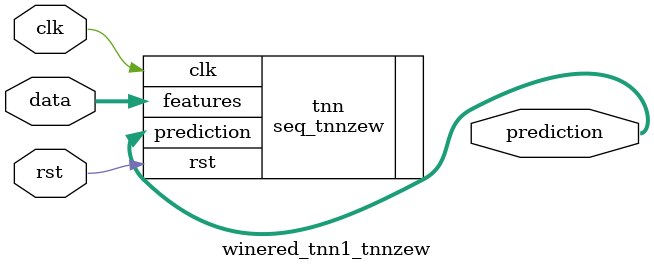
<source format=v>













module winered_tnn1_tnnzew #(

parameter FEAT_CNT = 11,
parameter HIDDEN_CNT = 40,
parameter FEAT_BITS = 4,
parameter CLASS_CNT = 6,
parameter TEST_CNT = 1000




  ) (
  input clk,
  input rst,
  input [FEAT_CNT*FEAT_BITS-1:0] data,
  output [$clog2(CLASS_CNT)-1:0] prediction
  );

  seq_tnnzew #(
      .FEAT_CNT(FEAT_CNT),.FEAT_BITS(FEAT_BITS),.HIDDEN_CNT(HIDDEN_CNT),.CLASS_CNT(CLASS_CNT),
  .SPARSE_VALS(440'b00011100000000110110110000000000000000011001010001000010000100000111001000000101001011010001000100010100000101000010100110001000011010000010001001001011011000010100000010110100001001001011100101000100000101000010100000001001010000010111100100010010001011001000000000001000010000111011101010110010110000000010100000000000100000000010000001111000010111101001000010000000000000010011001100000001011000101010000000000000000010100000001000100100),
  .MASK(440'b11111100100001110110110000001001000010111011011111011011110100010111001011101101101011111101000101011111100101010010101110101100011010001010101111101111111010110101011110111100001011111111100101001111100111001010100001011111110000110111110100110011101011011010111001101000010000111111101110110011111010100110100111001100101100011010000101111110010111111001111010101001001010011111001111111011011010101110000010001100101010110100101011111111),
  .NONZERO_CNT(320'h070702060806070805080605050a0608080607040707070704070806060506080704080805040609),
  .WIDTHS(320'h06070606070606070606060606060606060707050507060605070707070707060606060706070707),
  .SPARSE_VALS2(71'b11111010010011110001001011010000111010010110011001101111011010010001010),  // Bits of not-zeroes
  .COL_INDICES(568'h2523211e190e0d0c08060400252421201f1d1916140f0e0c0b070302010027222120170c06012321190e0d0c0908040100231d1c0d0b0a0905271e1d1c1a171612110c04030200), // Column of non-zeros
  .ROW_PTRS(56'h473b2921160e00) // Column of non-zeros // Start indices per row
      ) tnn (
    .clk(clk),
    .rst(rst),
    .features(data),
    .prediction(prediction)
  );

endmodule

</source>
